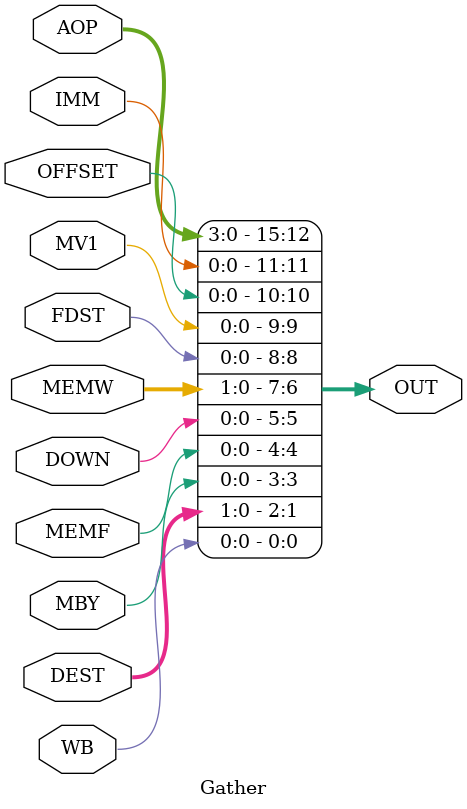
<source format=v>
module Gather(
	output reg[15:0] OUT,
	input WB,
	input [1:0]DEST,
	input MBY,
	input MEMF,
	input DOWN,
	input [1:0]MEMW,
	input FDST,
	input MV1,
	input OFFSET,
	input IMM,
	input [3:0] AOP
);
always@(*)
begin
	OUT[0]=WB;
	OUT[2:1]=DEST;
	OUT[3]=MBY;
	OUT[4]=MEMF;
	OUT[5]=DOWN;
	OUT[7:6]=MEMW;
	OUT[8]=FDST;
	OUT[9]=MV1;
	OUT[10]=OFFSET;
	OUT[11]=IMM;
	OUT[15:12]=AOP;

end
endmodule

</source>
